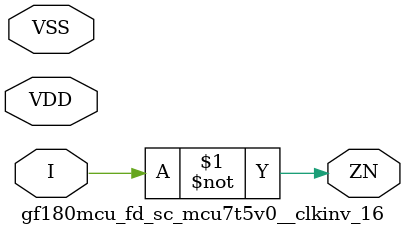
<source format=v>

module gf180mcu_fd_sc_mcu7t5v0__clkinv_16( I, ZN, VDD, VSS );
input I;
inout VDD, VSS;
output ZN;

	not MGM_BG_0( ZN, I );

endmodule

</source>
